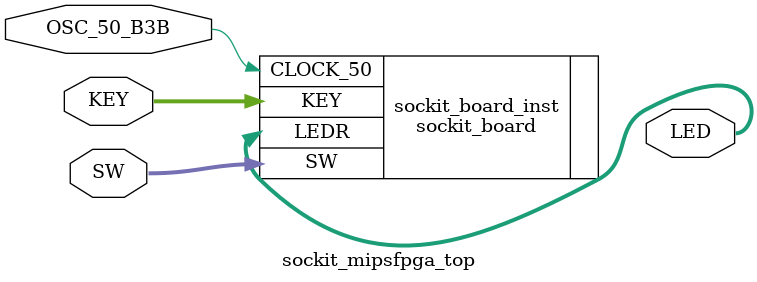
<source format=v>


module sockit_mipsfpga_top(

	//////////// CLOCK //////////
	OSC_50_B3B,

	//////////// LED //////////
	LED,

	//////////// KEY //////////
	KEY,

	//////////// SW //////////
	SW

);

//=======================================================
//  PARAMETER declarations
//=======================================================


//=======================================================
//  PORT declarations
//=======================================================

//////////// CLOCK //////////
input 		          		OSC_50_B3B;


//////////// LED //////////
output		     [3:0]		LED;

//////////// KEY //////////
input 		     [3:0]		KEY;

//////////// SW //////////
input 		     [3:0]		SW;


//=======================================================
//  REG/WIRE declarations
//=======================================================




//=======================================================
//  Structural coding
//=======================================================
sockit_board sockit_board_inst
(
	.CLOCK_50(OSC_50_B3B) ,	// input  CLOCK_50_sig
	.SW(SW) ,	// input [3:0] SW_sig
	.KEY(KEY) ,	// input [3:0] KEY_sig
	.LEDR(LED) 	// output [3:0] LEDR_sig
);


endmodule

</source>
